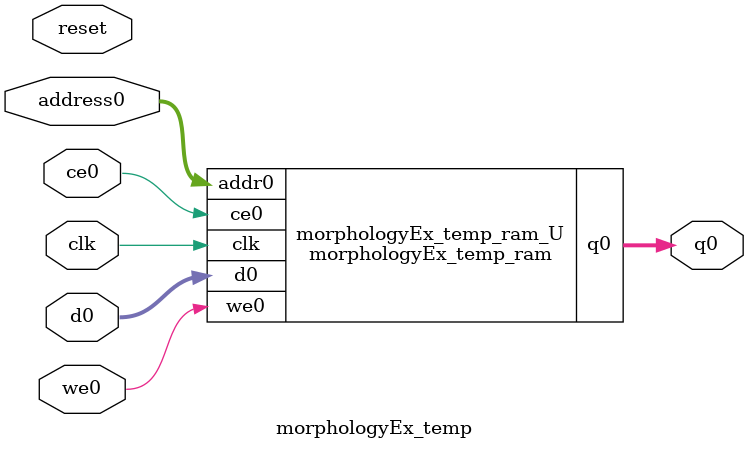
<source format=v>
`timescale 1 ns / 1 ps
module morphologyEx_temp_ram (addr0, ce0, d0, we0, q0,  clk);

parameter DWIDTH = 8;
parameter AWIDTH = 18;
parameter MEM_SIZE = 262144;

input[AWIDTH-1:0] addr0;
input ce0;
input[DWIDTH-1:0] d0;
input we0;
output reg[DWIDTH-1:0] q0;
input clk;

(* ram_style = "block" *)reg [DWIDTH-1:0] ram[0:MEM_SIZE-1];




always @(posedge clk)  
begin 
    if (ce0) 
    begin
        if (we0) 
        begin 
            ram[addr0] <= d0; 
        end 
        q0 <= ram[addr0];
    end
end


endmodule

`timescale 1 ns / 1 ps
module morphologyEx_temp(
    reset,
    clk,
    address0,
    ce0,
    we0,
    d0,
    q0);

parameter DataWidth = 32'd8;
parameter AddressRange = 32'd262144;
parameter AddressWidth = 32'd18;
input reset;
input clk;
input[AddressWidth - 1:0] address0;
input ce0;
input we0;
input[DataWidth - 1:0] d0;
output[DataWidth - 1:0] q0;



morphologyEx_temp_ram morphologyEx_temp_ram_U(
    .clk( clk ),
    .addr0( address0 ),
    .ce0( ce0 ),
    .we0( we0 ),
    .d0( d0 ),
    .q0( q0 ));

endmodule


</source>
